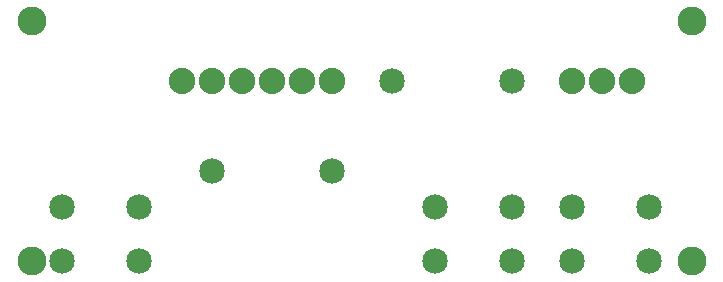
<source format=gts>
G04 MADE WITH FRITZING*
G04 WWW.FRITZING.ORG*
G04 DOUBLE SIDED*
G04 HOLES PLATED*
G04 CONTOUR ON CENTER OF CONTOUR VECTOR*
%ASAXBY*%
%FSLAX23Y23*%
%MOIN*%
%OFA0B0*%
%SFA1.0B1.0*%
%ADD10C,0.096614*%
%ADD11C,0.085000*%
%ADD12C,0.088000*%
%LNMASK1*%
G90*
G70*
G54D10*
X75Y869D03*
X2275Y69D03*
X75Y69D03*
X2275Y869D03*
G54D11*
X1275Y669D03*
X1675Y669D03*
G54D12*
X2075Y669D03*
X1975Y669D03*
X1875Y669D03*
X1075Y669D03*
X975Y669D03*
X875Y669D03*
X775Y669D03*
X675Y669D03*
X575Y669D03*
G54D11*
X431Y69D03*
X175Y69D03*
X431Y247D03*
X175Y247D03*
X1675Y69D03*
X1419Y69D03*
X1675Y247D03*
X1419Y247D03*
X2131Y69D03*
X1875Y69D03*
X2131Y247D03*
X1875Y247D03*
X675Y369D03*
X1075Y369D03*
G04 End of Mask1*
M02*
</source>
